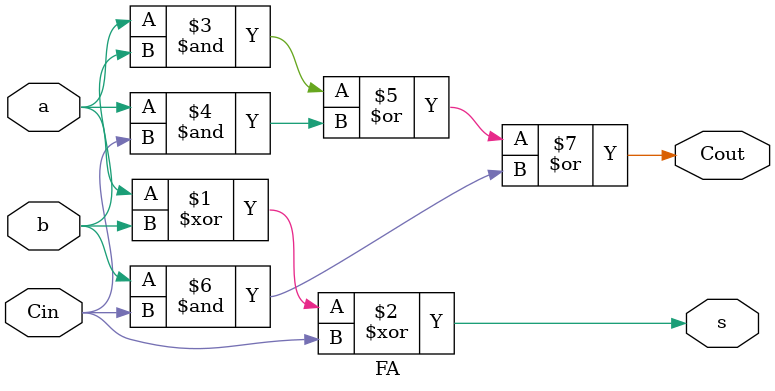
<source format=v>
`timescale 1ns / 1ps


module FA(
    input a,
    input b,
    input Cin, // Carry in
    output s,
    output Cout // Carry out
    );
    
    assign s = a ^ b ^ Cin; // Sum is the XOR of a, b, and Cin
    assign Cout = (a & b) | (a & Cin) | (b & Cin); // Carry out cases with OR
    
endmodule

</source>
